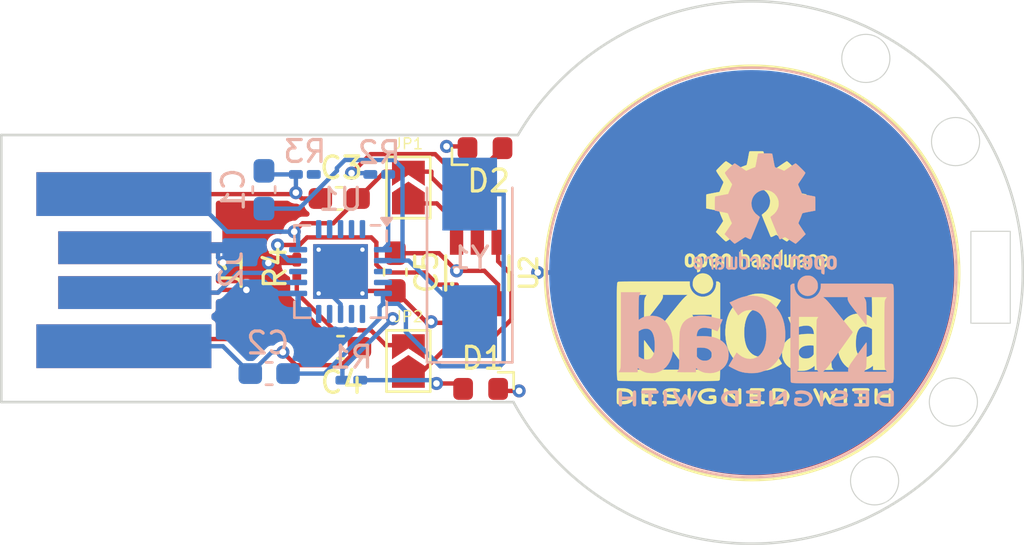
<source format=kicad_pcb>
(kicad_pcb (version 20240108) (generator "pcbnew") (generator_version "8.0")
  (layers (0 "F.Cu" signal) (1 "In1.Cu" signal) (2 "In2.Cu" signal) (31 "B.Cu" signal) (34 "B.Paste" user) (35 "F.Paste" user) (36 "B.SilkS" user "B.Silkscreen") (37 "F.SilkS" user "F.Silkscreen") (38 "B.Mask" user) (39 "F.Mask" user) (44 "Edge.Cuts" user))
  (net 0 "")
  (net 1 "GND")
  (net 2 "Net-(U1-XTAL1{slash}PB3)")
  (net 3 "Net-(U1-XTAL2{slash}PB4)")
  (net 4 "Net-(D1-A)")
  (net 5 "Net-(D2-A)")
  (net 6 "+5V")
  (net 7 "Net-(U1-~{RESET}{slash}PB5)")
  (net 8 "Net-(U1-PB2)")
  (net 9 "/Data+")
  (net 10 "/Data-")
  (net 23 "Net-(U2-I)")
  (net 24 "Net-(JP1-A)")
  (net 25 "/TTP223")
  (net 26 "Net-(JP2-A)")
  (footprint "Capacitor_SMD:C_0603_1608Metric_Pad1.08x0.95mm_HandSolder" (layer "F.Cu") (at 151.4 87.2)
    (property "Reference" "C4" (at 0.0625 1.6 0) (layer "F.SilkS"))
    (property "Value" "1uF" (hide yes))
    (pad "1" smd roundrect (at -0.8625 0) (size 1.075 0.95) (layers "F.Cu" "F.Paste" "F.Mask") (net 6 "+5V"))
    (pad "2" smd roundrect (at 0.8625 0) (size 1.075 0.95) (layers "F.Cu" "F.Paste" "F.Mask") (net 1 "GND"))
  )
  (footprint "Capacitor_SMD:C_0603_1608Metric_Pad1.08x0.95mm_HandSolder" (layer "F.Cu") (at 153.9 83.7625 -90)
    (property "Reference" "C5" (at 0 -1.43 90) (layer "F.SilkS"))
    (property "Value" "30pF" (hide yes))
    (pad "1" smd roundrect (at -0.8625 0 270) (size 1.075 0.95) (layers "F.Cu" "F.Paste" "F.Mask") (net 23 "Net-(U2-I)"))
    (pad "2" smd roundrect (at 0.8625 0 270) (size 1.075 0.95) (layers "F.Cu" "F.Paste" "F.Mask") (net 1 "GND"))
  )
  (footprint "Jumper:SolderJumper-2_P1.3mm_Open_TrianglePad1.0x1.5mm" (layer "F.Cu") (at 154.5 79.9 90)
    (property "Reference" "JP1" (at 2 0 0) (layer "F.SilkS") (effects (font (size 0.5 0.5) (thickness 0.0625))))
    (property "Value" "SolderJumper_2_Open" (hide yes))
    (pad "1" smd custom (at -0.725 0 90) (size 0.3 0.3) (layers "F.Cu" "F.Mask") (net 24 "Net-(JP1-A)") (options (clearance outline) (anchor rect)) (primitives (gr_poly (pts (xy 1 0) (xy 0.5 0.75) (xy -0.5 0.75) (xy -0.5 -0.75) (xy 0.5 -0.75)) (width 0) (fill yes))))
    (pad "2" smd custom (at 0.725 0 90) (size 0.3 0.3) (layers "F.Cu" "F.Mask") (net 6 "+5V") (options (clearance outline) (anchor rect)) (primitives (gr_poly (pts (xy 0.5 0.75) (xy -0.65 0.75) (xy -0.15 0) (xy -0.65 -0.75) (xy 0.5 -0.75)) (width 0) (fill yes))))
  )
  (footprint "Symbol:OSHW-Logo2_7.3x6mm_SilkScreen" (layer "F.Cu") (at 170.4 81)
    (property "Reference" "Front" (hide yes))
    (property "Value" "OSHW-Logo2_7.3x6mm_SilkScreen" (hide yes))
  )
  (footprint "Symbol:KiCad-Logo2_5mm_SilkScreen" (layer "F.Cu") (at 170.3 86.8)
    (property "Reference" "FrontKi" (hide yes))
    (property "Value" "KiCad-Logo2_5mm_SilkScreen" (hide yes))
  )
  (footprint "TestPoint:TestPoint_Pad_D3.0mm" (layer "F.Cu") (at 170.2 83.8)
    (property "Reference" "TP1" (hide yes))
    (property "Value" "TestPoint" (hide yes))
    (pad "1" smd circle (at 0 0) (size 18.5 18.5) (layers "F.Cu" "F.Mask") (net 23 "Net-(U2-I)"))
  )
  (footprint "Library:LED_Kingbright_APA1606_1.6x0.6mm_Horizontal_NEW" (layer "F.Cu") (at 157.8 89.1 180)
    (property "Reference" "D1" (at -0.1 1.4 0) (layer "F.SilkS"))
    (property "Value" "LED RED" (hide yes))
    (pad "1" smd roundrect (at -0.8 0 180) (size 0.9 1) (layers "F.Cu" "F.Paste" "F.Mask") (net 1 "GND"))
    (pad "2" smd roundrect (at 0.8 0 180) (size 0.9 1) (layers "F.Cu" "F.Paste" "F.Mask") (net 4 "Net-(D1-A)"))
  )
  (footprint "Resistor_SMD:R_0201_0603Metric_Pad0.64x0.40mm_HandSolder" (layer "F.Cu") (at 149.4 83.6 90)
    (property "Reference" "R4" (at 0.0525 -0.99 90) (layer "F.SilkS"))
    (property "Value" "1k5" (hide yes))
    (pad "1" smd roundrect (at -0.4075 0 90) (size 0.635 0.4) (layers "F.Cu" "F.Mask") (net 6 "+5V") (clearance 0.05))
    (pad "2" smd roundrect (at 0.4075 0 90) (size 0.635 0.4) (layers "F.Cu" "F.Mask") (net 9 "/Data+") (clearance 0.05))
  )
  (footprint "USB-AM-S-X-X-TH:USB_PCB" (layer "F.Cu") (at 146.95 83.7 90)
    (property "Reference" "J1" (at 0 -0.55 90) (layer "F.SilkS"))
    (property "Value" "USB-AM-S-X-X-TH" (hide yes))
    (pad "01" smd rect (at -3.45 -5.45 90) (size 2 8) (layers "F.Cu" "F.Paste" "F.Mask") (net 6 "+5V"))
    (pad "02" smd rect (at -1 -4.95 90) (size 1.5 7) (layers "F.Cu" "F.Paste" "F.Mask") (net 10 "/Data-"))
    (pad "03" smd rect (at 1.05 -4.95 90) (size 1.5 7) (layers "F.Cu" "F.Paste" "F.Mask") (net 9 "/Data+"))
    (pad "04" smd rect (at 3.5 -5.45 90) (size 2 8) (layers "F.Cu" "F.Paste" "F.Mask") (net 1 "GND"))
  )
  (footprint "Jumper:SolderJumper-2_P1.3mm_Open_TrianglePad1.0x1.5mm" (layer "F.Cu") (at 154.5 87.825 90)
    (property "Reference" "JP2" (at 2.025 0 0) (layer "F.SilkS") (effects (font (size 0.5 0.5) (thickness 0.0625))))
    (property "Value" "SolderJumper_2_Open" (hide yes))
    (pad "1" smd custom (at -0.725 0 90) (size 0.3 0.3) (layers "F.Cu" "F.Mask") (net 26 "Net-(JP2-A)") (options (clearance outline) (anchor rect)) (primitives (gr_poly (pts (xy 1 0) (xy 0.5 0.75) (xy -0.5 0.75) (xy -0.5 -0.75) (xy 0.5 -0.75)) (width 0) (fill yes))))
    (pad "2" smd custom (at 0.725 0 90) (size 0.3 0.3) (layers "F.Cu" "F.Mask") (net 6 "+5V") (options (clearance outline) (anchor rect)) (primitives (gr_poly (pts (xy 0.5 0.75) (xy -0.65 0.75) (xy -0.15 0) (xy -0.65 -0.75) (xy 0.5 -0.75)) (width 0) (fill yes))))
  )
  (footprint "TTP223-BA6:SOT23-6" (layer "F.Cu") (at 157.65 83.804)
    (property "Reference" "U2" (at 2.35 -0.004 -90) (layer "F.SilkS") (effects (font (size 0.8 0.8))))
    (property "Value" "TTP223-BA6" (hide yes))
    (pad "1" smd rect (at -0.95 1.404) (size 0.6096 1.143) (layers "F.Cu" "F.Paste" "F.Mask") (net 25 "/TTP223"))
    (pad "2" smd rect (at 0 1.404) (size 0.6096 1.143) (layers "F.Cu" "F.Paste" "F.Mask") (net 1 "GND"))
    (pad "3" smd rect (at 0.95 1.404) (size 0.6096 1.143) (layers "F.Cu" "F.Paste" "F.Mask") (net 23 "Net-(U2-I)"))
    (pad "4" smd rect (at 0.95 -1.404) (size 0.6096 1.143) (layers "F.Cu" "F.Paste" "F.Mask") (net 26 "Net-(JP2-A)"))
    (pad "5" smd rect (at 0 -1.404) (size 0.6096 1.143) (layers "F.Cu" "F.Paste" "F.Mask") (net 6 "+5V"))
    (pad "6" smd rect (at -0.95 -1.404) (size 0.6096 1.143) (layers "F.Cu" "F.Paste" "F.Mask") (net 24 "Net-(JP1-A)"))
  )
  (footprint "Library:LED_Kingbright_APA1606_1.6x0.6mm_Horizontal_NEW" (layer "F.Cu") (at 158 78.1)
    (property "Reference" "D2" (at 0.1675 1.5 0) (layer "F.SilkS"))
    (property "Value" "LED GREEN" (hide yes))
    (pad "1" smd roundrect (at -0.8 0) (size 0.9 1) (layers "F.Cu" "F.Paste" "F.Mask") (net 1 "GND"))
    (pad "2" smd roundrect (at 0.8 0) (size 0.9 1) (layers "F.Cu" "F.Paste" "F.Mask") (net 5 "Net-(D2-A)"))
  )
  (footprint "Capacitor_SMD:C_0603_1608Metric_Pad1.08x0.95mm_HandSolder" (layer "F.Cu") (at 151.3375 80.4 180)
    (property "Reference" "C3" (at -0.1 1.4 0) (layer "F.SilkS"))
    (property "Value" "0.1uF" (hide yes))
    (pad "1" smd roundrect (at -0.8625 0 180) (size 1.075 0.95) (layers "F.Cu" "F.Paste" "F.Mask") (net 6 "+5V"))
    (pad "2" smd roundrect (at 0.8625 0 180) (size 1.075 0.95) (layers "F.Cu" "F.Paste" "F.Mask") (net 1 "GND"))
  )
  (footprint "Capacitor_SMD:C_0603_1608Metric_Pad1.08x0.95mm_HandSolder" (layer "B.Cu") (at 148.1375 88.4 180)
    (property "Reference" "C2" (at 0.0625 1.4 0) (layer "B.SilkS") (effects (justify mirror)))
    (property "Value" "22pF" (hide yes))
    (pad "1" smd roundrect (at -0.8625 0 180) (size 1.075 0.95) (layers "B.Cu" "B.Paste" "B.Mask") (net 3 "Net-(U1-XTAL2{slash}PB4)") (clearance 0.1))
    (pad "2" smd roundrect (at 0.8625 0 180) (size 1.075 0.95) (layers "B.Cu" "B.Paste" "B.Mask") (net 1 "GND") (clearance 0.1))
  )
  (footprint "Resistor_SMD:R_0201_0603Metric_Pad0.64x0.40mm_HandSolder" (layer "B.Cu") (at 151.8925 88.7 180)
    (property "Reference" "R1" (at 0 1.05 0) (layer "B.SilkS") (effects (justify mirror)))
    (property "Value" "10k" (hide yes))
    (pad "1" smd roundrect (at -0.4075 0 180) (size 0.635 0.4) (layers "B.Cu" "B.Mask") (net 4 "Net-(D1-A)") (clearance 0.05))
    (pad "2" smd roundrect (at 0.4075 0 180) (size 0.635 0.4) (layers "B.Cu" "B.Mask") (net 6 "+5V") (clearance 0.05))
  )
  (footprint "Symbol:OSHW-Logo2_7.3x6mm_SilkScreen" (layer "B.Cu") (at 170.8 81.1 180)
    (property "Reference" "back" (hide yes))
    (property "Value" "OSHW-Logo2_7.3x6mm_SilkScreen" (hide yes))
  )
  (footprint "Crystal:Crystal_SMD_0603-2Pin_6.0x3.5mm_HandSoldering" (layer "B.Cu") (at 157.3 83.1125 90)
    (property "Reference" "Y1" (at 0 0 0) (layer "B.SilkS") (effects (justify mirror)))
    (property "Value" "12MHz" (hide yes))
    (pad "1" smd rect (at -2.9125 0 90) (size 3.325 2.5) (layers "B.Cu" "B.Paste" "B.Mask") (net 2 "Net-(U1-XTAL1{slash}PB3)"))
    (pad "2" smd rect (at 2.9125 0 90) (size 3.325 2.5) (layers "B.Cu" "B.Paste" "B.Mask") (net 3 "Net-(U1-XTAL2{slash}PB4)"))
  )
  (footprint "TestPoint:TestPoint_Pad_D3.0mm" (layer "B.Cu") (at 170.1804 83.7818 180)
    (property "Reference" "TP2" (hide yes))
    (property "Value" "TestPoint" (hide yes))
    (pad "1" smd circle (at 0 0 180) (size 18.5 18.5) (layers "B.Cu" "B.Mask") (net 23 "Net-(U2-I)"))
  )
  (footprint "Resistor_SMD:R_0201_0603Metric_Pad0.64x0.40mm_HandSolder" (layer "B.Cu") (at 153.1675 79.3 180)
    (property "Reference" "R2" (at 0 1 0) (layer "B.SilkS") (effects (justify mirror)))
    (property "Value" "330" (hide yes))
    (pad "1" smd roundrect (at -0.4075 0 180) (size 0.635 0.4) (layers "B.Cu" "B.Mask") (net 7 "Net-(U1-~{RESET}{slash}PB5)") (clearance 0.05))
    (pad "2" smd roundrect (at 0.4075 0 180) (size 0.635 0.4) (layers "B.Cu" "B.Mask") (net 5 "Net-(D2-A)") (clearance 0.05))
  )
  (footprint "USB-AM-S-X-X-TH:USB_PCB" (layer "B.Cu") (at 146.95 83.65 -90)
    (property "Reference" "J2" (at 0 0.55 90) (layer "B.SilkS") (effects (justify mirror)))
    (property "Value" "USB-AM-S-X-X-TH" (hide yes))
    (pad "01" smd rect (at -3.45 5.45 270) (size 2 8) (layers "B.Cu" "B.Paste" "B.Mask") (net 6 "+5V"))
    (pad "02" smd rect (at -1 4.95 270) (size 1.5 7) (layers "B.Cu" "B.Paste" "B.Mask") (net 10 "/Data-"))
    (pad "03" smd rect (at 1.05 4.95 270) (size 1.5 7) (layers "B.Cu" "B.Paste" "B.Mask") (net 9 "/Data+"))
    (pad "04" smd rect (at 3.5 5.45 270) (size 2 8) (layers "B.Cu" "B.Paste" "B.Mask") (net 1 "GND"))
  )
  (footprint "Package_DFN_QFN:QFN-20-1EP_4x4mm_P0.5mm_EP2.5x2.5mm_ThermalVias" (layer "B.Cu") (at 151.4 83.7375 180)
    (property "Reference" "U1" (at 0 3.3 0) (layer "B.SilkS") (effects (justify mirror)))
    (property "Value" "ATtiny85-20M" (hide yes))
    (pad "1" smd roundrect (at -1.9375 1 180) (size 0.825 0.25) (layers "B.Cu" "B.Paste" "B.Mask") (net 7 "Net-(U1-~{RESET}{slash}PB5)"))
    (pad "2" smd roundrect (at -1.9375 0.5 180) (size 0.825 0.25) (layers "B.Cu" "B.Paste" "B.Mask") (net 2 "Net-(U1-XTAL1{slash}PB3)"))
    (pad "3" smd roundrect (at -1.9375 0 180) (size 0.825 0.25) (layers "B.Cu" "B.Paste" "B.Mask"))
    (pad "4" smd roundrect (at -1.9375 -0.5 180) (size 0.825 0.25) (layers "B.Cu" "B.Paste" "B.Mask"))
    (pad "5" smd roundrect (at -1.9375 -1 180) (size 0.825 0.25) (layers "B.Cu" "B.Paste" "B.Mask") (net 3 "Net-(U1-XTAL2{slash}PB4)"))
    (pad "6" smd roundrect (at -1 -1.9375 180) (size 0.25 0.825) (layers "B.Cu" "B.Paste" "B.Mask"))
    (pad "7" smd roundrect (at -0.5 -1.9375 180) (size 0.25 0.825) (layers "B.Cu" "B.Paste" "B.Mask"))
    (pad "8" smd roundrect (at 0 -1.9375 180) (size 0.25 0.825) (layers "B.Cu" "B.Paste" "B.Mask") (net 1 "GND"))
    (pad "9" smd roundrect (at 0.5 -1.9375 180) (size 0.25 0.825) (layers "B.Cu" "B.Paste" "B.Mask"))
    (pad "10" smd roundrect (at 1 -1.9375 180) (size 0.25 0.825) (layers "B.Cu" "B.Paste" "B.Mask"))
    (pad "11" smd roundrect (at 1.9375 -1 180) (size 0.825 0.25) (layers "B.Cu" "B.Paste" "B.Mask") (net 10 "/Data-"))
    (pad "12" smd roundrect (at 1.9375 -0.5 180) (size 0.825 0.25) (layers "B.Cu" "B.Paste" "B.Mask") (net 9 "/Data+"))
    (pad "13" smd roundrect (at 1.9375 0 180) (size 0.825 0.25) (layers "B.Cu" "B.Paste" "B.Mask"))
    (pad "14" smd roundrect (at 1.9375 0.5 180) (size 0.825 0.25) (layers "B.Cu" "B.Paste" "B.Mask") (net 25 "/TTP223"))
    (pad "15" smd roundrect (at 1.9375 1 180) (size 0.825 0.25) (layers "B.Cu" "B.Paste" "B.Mask") (net 6 "+5V"))
    (pad "16" smd roundrect (at 1 1.9375 180) (size 0.25 0.825) (layers "B.Cu" "B.Paste" "B.Mask"))
    (pad "17" smd roundrect (at 0.5 1.9375 180) (size 0.25 0.825) (layers "B.Cu" "B.Paste" "B.Mask"))
    (pad "18" smd roundrect (at 0 1.9375 180) (size 0.25 0.825) (layers "B.Cu" "B.Paste" "B.Mask"))
    (pad "19" smd roundrect (at -0.5 1.9375 180) (size 0.25 0.825) (layers "B.Cu" "B.Paste" "B.Mask"))
    (pad "20" smd roundrect (at -1 1.9375 180) (size 0.25 0.825) (layers "B.Cu" "B.Paste" "B.Mask"))
    (pad "21" thru_hole circle (at -1 -1 180) (size 0.5 0.5) (drill 0.2) (property pad_prop_heatsink) (layers "*.Cu") (net 1 "GND"))
    (pad "21" thru_hole circle (at -1 1 180) (size 0.5 0.5) (drill 0.2) (property pad_prop_heatsink) (layers "*.Cu") (net 1 "GND"))
    (pad "21" smd rect (at 0 0 180) (size 2.5 2.5) (property pad_prop_heatsink) (layers "F.Cu") (net 1 "GND"))
    (pad "21" smd rect (at 0 0 180) (size 2.5 2.5) (property pad_prop_heatsink) (layers "B.Cu" "B.Mask") (net 1 "GND"))
    (pad "21" thru_hole circle (at 1 -1 180) (size 0.5 0.5) (drill 0.2) (property pad_prop_heatsink) (layers "*.Cu") (net 1 "GND"))
    (pad "21" thru_hole circle (at 1 1 180) (size 0.5 0.5) (drill 0.2) (property pad_prop_heatsink) (layers "*.Cu") (net 1 "GND"))
  )
  (footprint "Resistor_SMD:R_0201_0603Metric_Pad0.64x0.40mm_HandSolder" (layer "B.Cu") (at 149.7675 79.3 180)
    (property "Reference" "R3" (at 0 1.05 0) (layer "B.SilkS") (effects (justify mirror)))
    (property "Value" "10k" (hide yes))
    (pad "1" smd roundrect (at -0.4075 0 180) (size 0.635 0.4) (layers "B.Cu" "B.Mask") (net 8 "Net-(U1-PB2)") (clearance 0.05))
    (pad "2" smd roundrect (at 0.4075 0 180) (size 0.635 0.4) (layers "B.Cu" "B.Mask") (net 1 "GND") (clearance 0.05))
  )
  (footprint "Symbol:KiCad-Logo2_5mm_SilkScreen" (layer "B.Cu") (at 170.4 86.9 180)
    (property "Reference" "BacnKi" (hide yes))
    (property "Value" "KiCad-Logo2_5mm_SilkScreen" (hide yes))
  )
  (footprint "Capacitor_SMD:C_0603_1608Metric_Pad1.08x0.95mm_HandSolder" (layer "B.Cu") (at 147.9 80 90)
    (property "Reference" "C1" (at 0 -1.4 90) (layer "B.SilkS") (effects (justify mirror)))
    (property "Value" "22pF" (hide yes))
    (pad "1" smd roundrect (at -0.8625 0 90) (size 1.075 0.95) (layers "B.Cu" "B.Paste" "B.Mask") (net 2 "Net-(U1-XTAL1{slash}PB3)") (clearance 0.1))
    (pad "2" smd roundrect (at 0.8625 0 90) (size 1.075 0.95) (layers "B.Cu" "B.Paste" "B.Mask") (net 1 "GND") (clearance 0.1))
  )
  (gr_line (start 159.3 89.702377) (end 135.9 89.702377) (stroke (width 0.12)) (layer "Edge.Cuts"))
  (gr_circle (center 179.4 89.7) (end 180.5 89.7) (stroke (width 0.05)) (fill none) (layer "Edge.Cuts"))
  (gr_rect (start 180.2 81.9) (end 182 86.1) (stroke (width 0.05)) (fill none) (layer "Edge.Cuts"))
  (gr_circle (center 175.8 93.3) (end 176.9 93.3) (stroke (width 0.05)) (fill none) (layer "Edge.Cuts"))
  (gr_circle (center 175.4 74) (end 176.5 74) (stroke (width 0.05)) (fill none) (layer "Edge.Cuts"))
  (gr_line (start 135.9 89.7) (end 135.9 77.5) (stroke (width 0.12)) (layer "Edge.Cuts"))
  (gr_arc (start 159.504367 77.500001) (mid 182.573736 83.989268) (end 159.3 89.702377) (stroke (width 0.12)) (layer "Edge.Cuts"))
  (gr_line (start 159.5 77.5) (end 135.9 77.5) (stroke (width 0.12)) (layer "Edge.Cuts"))
  (gr_circle (center 179.5 77.8) (end 180.6 77.8) (stroke (width 0.05)) (fill none) (layer "Edge.Cuts"))
  (segment (start 149.6235 80.4) (end 149.3576 80.1341) (width 0.2) (layer "F.Cu") (net 1))
  (segment (start 141.5 80.2) (end 149.2917 80.2) (width 0.2) (layer "F.Cu") (net 1))
  (segment (start 148.7658 87.4222) (end 149.358 88.0144) (width 0.2) (layer "F.Cu") (net 1))
  (segment (start 158.6917 89.1917) (end 158.6 89.1) (width 0.2) (layer "F.Cu") (net 1))
  (segment (start 152.5125 84.625) (end 153.9 84.625) (width 0.2) (layer "F.Cu") (net 1))
  (segment (start 149.358 88.0144) (end 151.4481 88.0144) (width 0.2) (layer "F.Cu") (net 1))
  (segment (start 155.5389 86.0329) (end 155.3079 86.0329) (width 0.2) (layer "F.Cu") (net 1))
  (segment (start 155.5872 86.0812) (end 155.5389 86.0329) (width 0.2) (layer "F.Cu") (net 1))
  (segment (start 152.4 84.7375) (end 152.5125 84.625) (width 0.2) (layer "F.Cu") (net 1))
  (segment (start 151.4 83.7375) (end 150.4 82.7375) (width 0.2) (layer "F.Cu") (net 1))
  (segment (start 157.65 86.0812) (end 155.5872 86.0812) (width 0.2) (layer "F.Cu") (net 1))
  (segment (start 151.4481 88.0144) (end 152.2625 87.2) (width 0.2) (layer "F.Cu") (net 1))
  (segment (start 157.1205 78.0205) (end 156.2422 78.0205) (width 0.2) (layer "F.Cu") (net 1))
  (segment (start 150.475 80.4) (end 149.6235 80.4) (width 0.2) (layer "F.Cu") (net 1))
  (segment (start 159.5586 89.1917) (end 158.6917 89.1917) (width 0.2) (layer "F.Cu") (net 1))
  (segment (start 157.65 85.208) (end 157.65 86.0812) (width 0.2) (layer "F.Cu") (net 1))
  (segment (start 157.2 78.1) (end 157.1205 78.0205) (width 0.2) (layer "F.Cu") (net 1))
  (segment (start 149.2917 80.2) (end 149.3576 80.1341) (width 0.2) (layer "F.Cu") (net 1))
  (segment (start 155.3079 86.0329) (end 153.9 84.625) (width 0.2) (layer "F.Cu") (net 1))
  (via (at 155.5389 86.0329) (size 0.6) (drill 0.3) (layers "F.Cu" "B.Cu") (net 1))
  (via (at 148.7658 87.4222) (size 0.6) (drill 0.3) (layers "F.Cu" "B.Cu") (net 1))
  (via (at 156.2422 78.0205) (size 0.6) (drill 0.3) (layers "F.Cu" "B.Cu") (net 1))
  (via (at 159.5586 89.1917) (size 0.6) (drill 0.3) (layers "F.Cu" "B.Cu") (net 1))
  (via (at 149.3576 80.1341) (size 0.6) (drill 0.3) (layers "F.Cu" "B.Cu") (net 1))
  (segment (start 150.9081 84.2294) (end 150.9081 84.7375) (width 0.2) (layer "B.Cu") (net 1))
  (segment (start 147.9 79.1375) (end 148.0625 79.3) (width 0.2) (layer "B.Cu") (net 1))
  (segment (start 148.2528 87.4222) (end 148.7658 87.4222) (width 0.2) (layer "B.Cu") (net 1))
  (segment (start 149.36 80.1317) (end 149.3576 80.1341) (width 0.2) (layer "B.Cu") (net 1))
  (segment (start 151.4 85.2294) (end 150.9081 84.7375) (width 0.2) (layer "B.Cu") (net 1))
  (segment (start 147.275 88.4) (end 148.2528 87.4222) (width 0.2) (layer "B.Cu") (net 1))
  (segment (start 146.025 87.15) (end 147.275 88.4) (width 0.2) (layer "B.Cu") (net 1))
  (segment (start 149.36 79.3) (end 149.36 80.1317) (width 0.2) (layer "B.Cu") (net 1))
  (segment (start 150.9081 84.7375) (end 150.4 84.7375) (width 0.2) (layer "B.Cu") (net 1))
  (segment (start 141.5 87.15) (end 146.025 87.15) (width 0.2) (layer "B.Cu") (net 1))
  (segment (start 151.4 85.675) (end 151.4 85.2294) (width 0.2) (layer "B.Cu") (net 1))
  (segment (start 148.0625 79.3) (end 149.36 79.3) (width 0.2) (layer "B.Cu") (net 1))
  (segment (start 151.4 83.7375) (end 150.9081 84.2294) (width 0.2) (layer "B.Cu") (net 1))
  (segment (start 151.2345 79.0094) (end 151.2345 79.1325) (width 0.2) (layer "B.Cu") (net 2))
  (segment (start 153.3375 83.2375) (end 154.2312 83.2375) (width 0.2) (layer "B.Cu") (net 2))
  (segment (start 154.5125 83.2375) (end 157.3 86.025) (width 0.2) (layer "B.Cu") (net 2))
  (segment (start 151.6035 78.6404) (end 151.2345 79.0094) (width 0.2) (layer "B.Cu") (net 2))
  (segment (start 153.8527 78.6404) (end 151.6035 78.6404) (width 0.2) (layer "B.Cu") (net 2))
  (segment (start 154.2312 83.2375) (end 154.2312 79.0189) (width 0.2) (layer "B.Cu") (net 2))
  (segment (start 149.5045 80.8625) (end 147.9 80.8625) (width 0.2) (layer "B.Cu") (net 2))
  (segment (start 151.2345 79.1325) (end 149.5045 80.8625) (width 0.2) (layer "B.Cu") (net 2))
  (segment (start 154.2312 83.2375) (end 154.5125 83.2375) (width 0.2) (layer "B.Cu") (net 2))
  (segment (start 154.2312 79.0189) (end 153.8527 78.6404) (width 0.2) (layer "B.Cu") (net 2))
  (segment (start 154.3853 85.5649) (end 154.0328 85.2124) (width 0.2) (layer "B.Cu") (net 3))
  (segment (start 153.3375 84.7375) (end 153.3375 85.2124) (width 0.2) (layer "B.Cu") (net 3))
  (segment (start 158.8517 87.8907) (end 158.6778 88.0646) (width 0.2) (layer "B.Cu") (net 3))
  (segment (start 158.8517 80.2) (end 158.8517 87.8907) (width 0.2) (layer "B.Cu") (net 3))
  (segment (start 154.3853 86.4957) (end 154.3853 85.5649) (width 0.2) (layer "B.Cu") (net 3))
  (segment (start 153.3375 85.2124) (end 153.1819 85.368) (width 0.2) (layer "B.Cu") (net 3))
  (segment (start 157.3 80.2) (end 158.8517 80.2) (width 0.2) (layer "B.Cu") (net 3))
  (segment (start 154.0328 85.2124) (end 153.3375 85.2124) (width 0.2) (layer "B.Cu") (net 3))
  (segment (start 153.1819 85.368) (end 153.1819 85.8892) (width 0.2) (layer "B.Cu") (net 3))
  (segment (start 158.6778 88.0646) (end 155.9542 88.0646) (width 0.2) (layer "B.Cu") (net 3))
  (segment (start 153.1819 85.8892) (end 150.6711 88.4) (width 0.2) (layer "B.Cu") (net 3))
  (segment (start 155.9542 88.0646) (end 154.3853 86.4957) (width 0.2) (layer "B.Cu") (net 3))
  (segment (start 150.6711 88.4) (end 149 88.4) (width 0.2) (layer "B.Cu") (net 3))
  (segment (start 157 89.1) (end 156.7524 88.8524) (width 0.2) (layer "F.Cu") (net 4))
  (segment (start 156.7524 88.8524) (end 155.7821 88.8524) (width 0.2) (layer "F.Cu") (net 4))
  (via (at 155.7821 88.8524) (size 0.6) (drill 0.3) (layers "F.Cu" "B.Cu") (net 4))
  (segment (start 155.6297 88.7) (end 155.7821 88.8524) (width 0.2) (layer "B.Cu") (net 4))
  (segment (start 152.3 88.7) (end 155.6297 88.7) (width 0.2) (layer "B.Cu") (net 4))
  (segment (start 158.8 78.1) (end 157.9907 78.9093) (width 0.2) (layer "F.Cu") (net 5))
  (segment (start 157.9907 78.9093) (end 156.2552 78.9093) (width 0.2) (layer "F.Cu") (net 5))
  (segment (start 155.7192 78.3733) (end 152.7713 78.3733) (width 0.2) (layer "F.Cu") (net 5))
  (segment (start 152.7713 78.3733) (end 151.9025 79.2421) (width 0.2) (layer "F.Cu") (net 5))
  (segment (start 156.2552 78.9093) (end 155.7192 78.3733) (width 0.2) (layer "F.Cu") (net 5))
  (via (at 151.9025 79.2421) (size 0.6) (drill 0.3) (layers "F.Cu" "B.Cu") (net 5))
  (segment (start 152.7021 79.2421) (end 151.9025 79.2421) (width 0.2) (layer "B.Cu") (net 5))
  (segment (start 152.76 79.3) (end 152.7021 79.2421) (width 0.2) (layer "B.Cu") (net 5))
  (segment (start 141.5 87.15) (end 141.8278 86.8222) (width 0.2) (layer "F.Cu") (net 6))
  (segment (start 154.5 79.175) (end 155.5517 79.175) (width 0.2) (layer "F.Cu") (net 6))
  (segment (start 154.5 87.1) (end 153.4483 87.1) (width 0.2) (layer "F.Cu") (net 6))
  (segment (start 157.65 81.5268) (end 155.5517 79.4285) (width 0.2) (layer "F.Cu") (net 6))
  (segment (start 150.1597 86.8222) (end 150.5375 87.2) (width 0.2) (layer "F.Cu") (net 6))
  (segment (start 155.5517 79.4285) (end 155.5517 79.175) (width 0.2) (layer "F.Cu") (net 6))
  (segment (start 153.7836 85.8927) (end 153.0201 86.6562) (width 0.2) (layer "F.Cu") (net 6))
  (segment (start 152.2 80.4) (end 151.0695 81.5305) (width 0.2) (layer "F.Cu") (net 6))
  (segment (start 141.8278 86.8222) (end 150.1597 86.8222) (width 0.2) (layer "F.Cu") (net 6))
  (segment (start 149.4 84.709) (end 151.2143 86.5232) (width 0.2) (layer "F.Cu") (net 6))
  (segment (start 152.7863 86.4224) (end 151.3151 86.4224) (width 0.2) (layer "F.Cu") (net 6))
  (segment (start 151.3151 86.4224) (end 151.2143 86.5232) (width 0.2) (layer "F.Cu") (net 6))
  (segment (start 149.6675 81.5305) (end 149.282 81.916) (width 0.2) (layer "F.Cu") (net 6))
  (segment (start 157.65 82.4) (end 157.65 81.5268) (width 0.2) (layer "F.Cu") (net 6))
  (segment (start 153.4483 87.1) (end 153.4483 87.0844) (width 0.2) (layer "F.Cu") (net 6))
  (segment (start 151.0695 81.5305) (end 149.6675 81.5305) (width 0.2) (layer "F.Cu") (net 6))
  (segment (start 153.425 79.175) (end 152.2 80.4) (width 0.2) (layer "F.Cu") (net 6))
  (segment (start 151.2143 86.5232) (end 150.5375 87.2) (width 0.2) (layer "F.Cu") (net 6))
  (segment (start 153.0201 86.6562) (end 152.7863 86.4224) (width 0.2) (layer "F.Cu") (net 6))
  (segment (start 153.4483 87.0844) (end 153.0201 86.6562) (width 0.2) (layer "F.Cu") (net 6))
  (segment (start 149.4 84.0075) (end 149.4 84.709) (width 0.2) (layer "F.Cu") (net 6))
  (segment (start 154.5 79.175) (end 153.425 79.175) (width 0.2) (layer "F.Cu") (net 6))
  (via (at 153.7836 85.8927) (size 0.6) (drill 0.3) (layers "F.Cu" "B.Cu") (net 6))
  (via (at 149.282 81.916) (size 0.6) (drill 0.3) (layers "F.Cu" "B.Cu") (net 6))
  (segment (start 146.216 81.916) (end 149.282 81.916) (width 0.2) (layer "B.Cu") (net 6))
  (segment (start 144.5 80.2) (end 146.216 81.916) (width 0.2) (layer "B.Cu") (net 6))
  (segment (start 151.485 88.1913) (end 151.485 88.7) (width 0.2) (layer "B.Cu") (net 6))
  (segment (start 149.282 81.916) (end 149.4625 82.0965) (width 0.2) (layer "B.Cu") (net 6))
  (segment (start 141.5 80.2) (end 144.5 80.2) (width 0.2) (layer "B.Cu") (net 6))
  (segment (start 149.4625 82.0965) (end 149.4625 82.7375) (width 0.2) (layer "B.Cu") (net 6))
  (segment (start 153.7836 85.8927) (end 151.485 88.1913) (width 0.2) (layer "B.Cu") (net 6))
  (segment (start 153.575 82.5) (end 153.575 79.3) (width 0.2) (layer "B.Cu") (net 7))
  (segment (start 153.3375 82.7375) (end 153.575 82.5) (width 0.2) (layer "B.Cu") (net 7))
  (segment (start 142 82.65) (end 145.8017 82.65) (width 0.2) (layer "F.Cu") (net 9))
  (segment (start 148.1028 83.3449) (end 147.4079 82.65) (width 0.2) (layer "F.Cu") (net 9))
  (segment (start 147.4079 82.65) (end 145.8017 82.65) (width 0.2) (layer "F.Cu") (net 9))
  (segment (start 148.1028 83.3449) (end 149.2476 83.3449) (width 0.2) (layer "F.Cu") (net 9))
  (segment (start 149.2476 83.3449) (end 149.4 83.1925) (width 0.2) (layer "F.Cu") (net 9))
  (via (at 148.1028 83.3449) (size 0.6) (drill 0.3) (layers "F.Cu" "B.Cu") (net 9))
  (segment (start 148.1028 83.7995) (end 148.1028 83.3449) (width 0.2) (layer "B.Cu") (net 9))
  (segment (start 146.7022 83.7995) (end 145.8017 84.7) (width 0.2) (layer "B.Cu") (net 9))
  (segment (start 149.4625 84.2375) (end 148.5408 84.2375) (width 0.2) (layer "B.Cu") (net 9))
  (segment (start 148.1028 83.7995) (end 146.7022 83.7995) (width 0.2) (layer "B.Cu") (net 9))
  (segment (start 142 84.7) (end 145.8017 84.7) (width 0.2) (layer "B.Cu") (net 9))
  (segment (start 148.5408 84.2375) (end 148.1028 83.7995) (width 0.2) (layer "B.Cu") (net 9))
  (segment (start 145.9257 84.576) (end 147.0982 84.576) (width 0.2) (layer "F.Cu") (net 10))
  (segment (start 142 84.7) (end 145.8017 84.7) (width 0.2) (layer "F.Cu") (net 10))
  (segment (start 145.8017 84.7) (end 145.9257 84.576) (width 0.2) (layer "F.Cu") (net 10))
  (via (at 147.0982 84.576) (size 0.6) (drill 0.3) (layers "F.Cu" "B.Cu") (net 10))
  (via (at 146.0271 83.326) (size 0.6) (drill 0.3) (layers "F.Cu" "B.Cu") (net 10))
  (segment (start 149.4625 84.7375) (end 147.2597 84.7375) (width 0.2) (layer "B.Cu") (net 10))
  (segment (start 142 82.65) (end 145.8017 82.65) (width 0.2) (layer "B.Cu") (net 10))
  (segment (start 147.2597 84.7375) (end 147.0982 84.576) (width 0.2) (layer "B.Cu") (net 10))
  (segment (start 145.8017 82.65) (end 145.8017 83.1006) (width 0.2) (layer "B.Cu") (net 10))
  (segment (start 145.8017 83.1006) (end 146.0271 83.326) (width 0.2) (layer "B.Cu") (net 10))
  (segment (start 160.4089 83.7818) (end 170.1818 83.7818) (width 0.2) (layer "F.Cu") (net 23))
  (segment (start 170.1818 83.7818) (end 170.2 83.8) (width 0.2) (layer "F.Cu") (net 23))
  (segment (start 155.8963 82.9) (end 156.702 83.7057) (width 0.2) (layer "F.Cu") (net 23))
  (segment (start 157.9709 83.7057) (end 156.702 83.7057) (width 0.2) (layer "F.Cu") (net 23))
  (segment (start 153.9 82.9) (end 155.8963 82.9) (width 0.2) (layer "F.Cu") (net 23))
  (segment (start 158.6 85.208) (end 158.6 84.3348) (width 0.2) (layer "F.Cu") (net 23))
  (segment (start 158.6 84.3348) (end 157.9709 83.7057) (width 0.2) (layer "F.Cu") (net 23))
  (via (at 160.4089 83.7818) (size 0.6) (drill 0.3) (layers "F.Cu" "B.Cu") (net 23))
  (via (at 156.702 83.7057) (size 0.6) (drill 0.3) (layers "F.Cu" "B.Cu") (net 23))
  (segment (start 170.1804 83.7818) (end 160.4089 83.7818) (width 0.2) (layer "B.Cu") (net 23))
  (segment (start 156.7 81.5268) (end 155.7982 80.625) (width 0.2) (layer "F.Cu") (net 24))
  (segment (start 155.7982 80.625) (end 154.5 80.625) (width 0.2) (layer "F.Cu") (net 24))
  (segment (start 156.7 82.4) (end 156.7 81.5268) (width 0.2) (layer "F.Cu") (net 24))
  (segment (start 152.8054 82.1784) (end 149.8705 82.1784) (width 0.2) (layer "F.Cu") (net 25))
  (segment (start 153.0371 82.4101) (end 152.8054 82.1784) (width 0.2) (layer "F.Cu") (net 25))
  (segment (start 149.8705 82.1784) (end 149.5253 82.5236) (width 0.2) (layer "F.Cu") (net 25))
  (segment (start 156.7 85.208) (end 156.7 84.3348) (width 0.2) (layer "F.Cu") (net 25))
  (segment (start 153.0371 83.4227) (end 153.0371 82.4101) (width 0.2) (layer "F.Cu") (net 25))
  (segment (start 155.2745 83.7825) (end 153.3969 83.7825) (width 0.2) (layer "F.Cu") (net 25))
  (segment (start 155.8268 84.3348) (end 155.2745 83.7825) (width 0.2) (layer "F.Cu") (net 25))
  (segment (start 156.7 84.3348) (end 155.8268 84.3348) (width 0.2) (layer "F.Cu") (net 25))
  (segment (start 149.5253 82.5236) (end 148.5247 82.5236) (width 0.2) (layer "F.Cu") (net 25))
  (segment (start 148.5247 82.5236) (end 148.5247 82.5237) (width 0.2) (layer "F.Cu") (net 25))
  (segment (start 153.3969 83.7825) (end 153.0371 83.4227) (width 0.2) (layer "F.Cu") (net 25))
  (via (at 148.5247 82.5237) (size 0.6) (drill 0.3) (layers "F.Cu" "B.Cu") (net 25))
  (segment (start 148.5247 82.7433) (end 148.5247 82.5237) (width 0.2) (layer "B.Cu") (net 25))
  (segment (start 149.0189 83.2375) (end 148.5247 82.7433) (width 0.2) (layer "B.Cu") (net 25))
  (segment (start 149.4625 83.2375) (end 149.0189 83.2375) (width 0.2) (layer "B.Cu") (net 25))
  (segment (start 158.6 83.2732) (end 159.2066 83.8798) (width 0.2) (layer "F.Cu") (net 26))
  (segment (start 158.6 82.4) (end 158.6 83.2732) (width 0.2) (layer "F.Cu") (net 26))
  (segment (start 159.2066 85.9242) (end 158.4977 86.6331) (width 0.2) (layer "F.Cu") (net 26))
  (segment (start 159.2066 83.8798) (end 159.2066 85.9242) (width 0.2) (layer "F.Cu") (net 26))
  (segment (start 158.4977 86.6331) (end 156.8115 86.6331) (width 0.2) (layer "F.Cu") (net 26))
  (segment (start 154.8946 88.55) (end 154.5 88.55) (width 0.2) (layer "F.Cu") (net 26))
  (segment (start 156.8115 86.6331) (end 154.8946 88.55) (width 0.2) (layer "F.Cu") (net 26))
  (zone (net 9) (net_name "/Data+") (layer "F.Cu") (connect_pads (clearance 0)) (min_thickness 0.25) (fill yes (thermal_gap 0.5) (thermal_bridge_width 0.5))
    (polygon (pts (xy 145.5 77.6) (xy 160.2 77.6) (xy 160.5 77.6) (xy 160.5 89.6) (xy 145.5 89.6)))
  )
  (zone (net 10) (net_name "/Data-") (layer "B.Cu") (connect_pads (clearance 0)) (min_thickness 0.25) (fill yes (thermal_gap 0.5) (thermal_bridge_width 0.5))
    (polygon (pts (xy 145.5 77.6) (xy 160.2 77.6) (xy 160.5 77.6) (xy 160.5 89.6) (xy 145.5 89.6)))
  )
)
</source>
